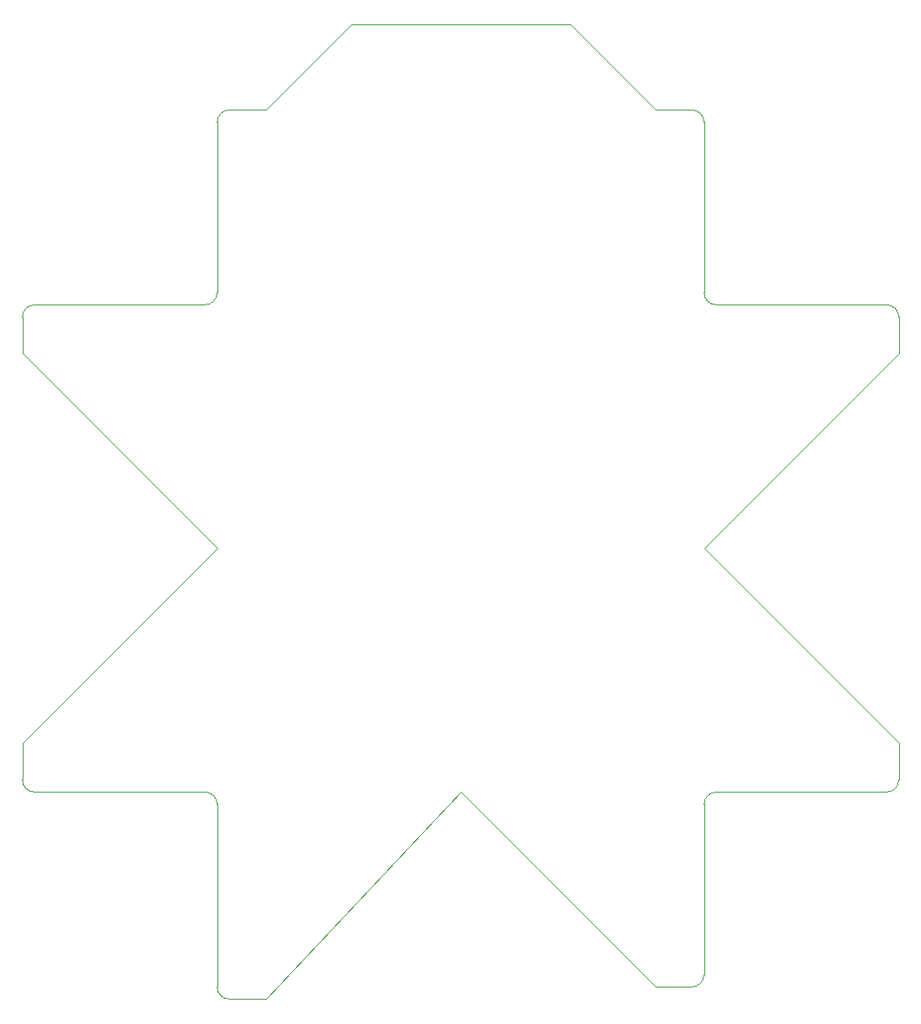
<source format=gbr>
%TF.GenerationSoftware,KiCad,Pcbnew,(6.0.2)*%
%TF.CreationDate,2023-11-30T13:56:03-08:00*%
%TF.ProjectId,star,73746172-2e6b-4696-9361-645f70636258,rev?*%
%TF.SameCoordinates,Original*%
%TF.FileFunction,Profile,NP*%
%FSLAX46Y46*%
G04 Gerber Fmt 4.6, Leading zero omitted, Abs format (unit mm)*
G04 Created by KiCad (PCBNEW (6.0.2)) date 2023-11-30 13:56:03*
%MOMM*%
%LPD*%
G01*
G04 APERTURE LIST*
%TA.AperFunction,Profile*%
%ADD10C,0.100000*%
%TD*%
G04 APERTURE END LIST*
D10*
X128270000Y-74930000D02*
X128270000Y-57150000D01*
X173990000Y-55880000D02*
X177800000Y-55880000D01*
X198120000Y-127000000D02*
X180340000Y-127000000D01*
X179070000Y-57150000D02*
G75*
G03*
X177800000Y-55880000I-1269999J1D01*
G01*
X133350000Y-55880000D02*
X142240000Y-46990000D01*
X179070000Y-101600000D02*
X199390000Y-121920000D01*
X179070000Y-57150000D02*
X179070000Y-74930000D01*
X198120000Y-127000000D02*
G75*
G03*
X199390000Y-125730000I1J1269999D01*
G01*
X153670000Y-127000000D02*
X133350000Y-148590000D01*
X165100000Y-46990000D02*
X173990000Y-55880000D01*
X109220000Y-76200000D02*
X127000000Y-76200000D01*
X199390000Y-77470000D02*
X199390000Y-81280000D01*
X128270000Y-147320000D02*
G75*
G03*
X129540000Y-148590000I1269999J-1D01*
G01*
X180340000Y-127000000D02*
G75*
G03*
X179070000Y-128270000I-1J-1269999D01*
G01*
X177800000Y-147320000D02*
X173990000Y-147320000D01*
X127000000Y-76200000D02*
G75*
G03*
X128270000Y-74930000I1J1269999D01*
G01*
X179070000Y-74930000D02*
G75*
G03*
X180340000Y-76200000I1269999J-1D01*
G01*
X127000000Y-127000000D02*
X109220000Y-127000000D01*
X199390000Y-77470000D02*
G75*
G03*
X198120000Y-76200000I-1269999J1D01*
G01*
X142240000Y-46990000D02*
X165100000Y-46990000D01*
X128270000Y-128270000D02*
G75*
G03*
X127000000Y-127000000I-1269999J1D01*
G01*
X199390000Y-121920000D02*
X199390000Y-125730000D01*
X129540000Y-55880000D02*
G75*
G03*
X128270000Y-57150000I-1J-1269999D01*
G01*
X177800000Y-147320000D02*
G75*
G03*
X179070000Y-146050000I1J1269999D01*
G01*
X107950000Y-81280000D02*
X107950000Y-77470000D01*
X109220000Y-76200000D02*
G75*
G03*
X107950000Y-77470000I-1J-1269999D01*
G01*
X179070000Y-128270000D02*
X179070000Y-146050000D01*
X173990000Y-147320000D02*
X163830000Y-137160000D01*
X128270000Y-101600000D02*
X107950000Y-81280000D01*
X163830000Y-137160000D02*
X153670000Y-127000000D01*
X133350000Y-148590000D02*
X129540000Y-148590000D01*
X199390000Y-81280000D02*
X179070000Y-101600000D01*
X107950000Y-121920000D02*
X128270000Y-101600000D01*
X128270000Y-147320000D02*
X128270000Y-128270000D01*
X107950000Y-125730000D02*
X107950000Y-121920000D01*
X129540000Y-55880000D02*
X133350000Y-55880000D01*
X107950000Y-125730000D02*
G75*
G03*
X109220000Y-127000000I1269999J-1D01*
G01*
X180340000Y-76200000D02*
X198120000Y-76200000D01*
M02*

</source>
